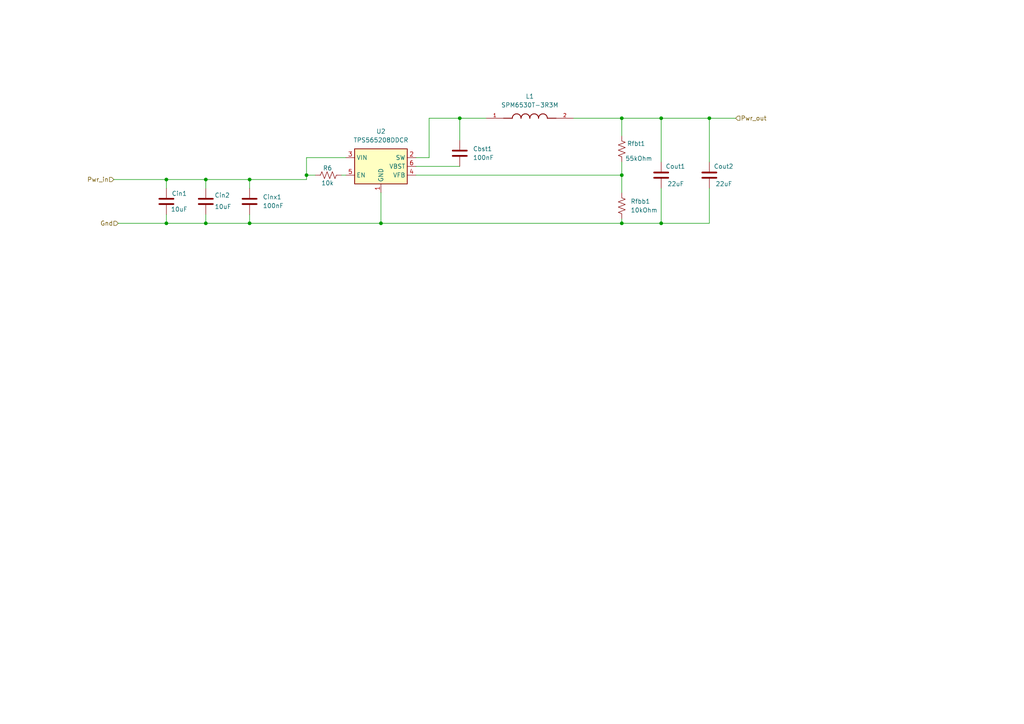
<source format=kicad_sch>
(kicad_sch (version 20231120) (generator "eeschema") (generator_version "8.0")
  (paper "A4")
  (lib_symbols
    (symbol "Device:C" (pin_numbers hide) (pin_names (offset 0.254))
      (property "Reference" "C" (at 0.635 2.54 0))
      (property "Value" "C" (at 0.635 -2.54 0))
      (symbol "C_0_1"
        (polyline (pts (xy -2.032 -0.762) (xy 2.032 -0.762)) (stroke (width 0.508)))
        (polyline (pts (xy -2.032 0.762) (xy 2.032 0.762)) (stroke (width 0.508)))
      )
      (symbol "C_1_1"
        (pin passive line (at 0 3.81 270) (length 2.794) (name "~") (number "1"))
        (pin passive line (at 0 -3.81 90) (length 2.794) (name "~") (number "2"))
      )
    )
    (symbol "Device:R_US" (pin_numbers hide) (pin_names (offset 0))
      (property "Reference" "R" (at 2.54 0 90))
      (property "Value" "R_US" (at -2.54 0 90))
      (symbol "R_US_0_1"
        (polyline (pts (xy 0 -2.286) (xy 0 -2.54)))
        (polyline (pts (xy 0 2.286) (xy 0 2.54)))
        (polyline (pts (xy 0 -0.762) (xy 1.016 -1.143) (xy 0 -1.524) (xy -1.016 -1.905) (xy 0 -2.286)))
        (polyline (pts (xy 0 0.762) (xy 1.016 0.381) (xy 0 0) (xy -1.016 -0.381) (xy 0 -0.762)))
        (polyline (pts (xy 0 2.286) (xy 1.016 1.905) (xy 0 1.524) (xy -1.016 1.143) (xy 0 0.762)))
      )
      (symbol "R_US_1_1"
        (pin passive line (at 0 3.81 270) (length 1.27) (name "~") (number "1"))
        (pin passive line (at 0 -3.81 90) (length 1.27) (name "~") (number "2"))
      )
    )
    (symbol "Regulator_Switching:TPS565208"
      (property "Reference" "U" (at -7.62 6.35 0))
      (property "Value" "TPS565208" (at -2.54 6.35 0))
      (symbol "TPS565208_0_1"
        (rectangle (start -7.62 5.08) (end 7.62 -5.08) (stroke (width 0.254)) (fill (type background)))
      )
      (symbol "TPS565208_1_1"
        (pin power_in line (at 0 -7.62 90) (length 2.54) (name "GND") (number "1"))
        (pin output line (at 10.16 2.54 180) (length 2.54) (name "SW") (number "2"))
        (pin power_in line (at -10.16 2.54 0) (length 2.54) (name "VIN") (number "3"))
        (pin input line (at 10.16 -2.54 180) (length 2.54) (name "VFB") (number "4"))
        (pin input line (at -10.16 -2.54 0) (length 2.54) (name "EN") (number "5"))
        (pin passive line (at 10.16 0 180) (length 2.54) (name "VBST") (number "6"))
      )
    )
    (symbol "SPM6530T-3R3M-HZ:SPM6530T-3R3M-HZ" (pin_names (offset 1.016))
      (property "Reference" "L" (at -10.16 5.08 0))
      (property "Value" "SPM6530T-3R3M-HZ" (at -10.16 -5.08 0))
      (symbol "SPM6530T-3R3M-HZ_0_0"
        (arc (start -2.54 0) (mid -3.81 1.2645) (end -5.08 0) (stroke (width 0.254)))
        (arc (start 0 0) (mid -1.27 1.2645) (end -2.54 0) (stroke (width 0.254)))
        (polyline (pts (xy -5.08 0) (xy -7.62 0)) (stroke (width 0.254)))
        (polyline (pts (xy 5.08 0) (xy 7.62 0)) (stroke (width 0.254)))
        (arc (start 2.54 0) (mid 1.27 1.2645) (end 0 0) (stroke (width 0.254)))
        (arc (start 5.08 0) (mid 3.81 1.2645) (end 2.54 0) (stroke (width 0.254)))
        (pin passive line (at -12.7 0 0) (length 5.08) (name "~") (number "1"))
        (pin passive line (at 12.7 0 180) (length 5.08) (name "~") (number "2"))
      )
    )
  )
  (junction (at 59.69 64.77))
  (junction (at 48.26 52.07))
  (junction (at 110.49 64.77))
  (junction (at 48.26 64.77))
  (junction (at 191.77 34.29))
  (junction (at 205.74 34.29))
  (junction (at 180.34 64.77))
  (junction (at 133.35 34.29))
  (junction (at 180.34 50.8))
  (junction (at 88.9 50.8))
  (junction (at 180.34 34.29))
  (junction (at 72.39 52.07))
  (junction (at 59.69 52.07))
  (junction (at 72.39 64.77))
  (junction (at 191.77 64.77))
  (wire (pts (xy 124.46 34.29) (xy 133.35 34.29)))
  (wire (pts (xy 48.26 52.07) (xy 59.69 52.07)))
  (wire (pts (xy 120.65 48.26) (xy 133.35 48.26)))
  (wire (pts (xy 180.34 46.99) (xy 180.34 50.8)))
  (wire (pts (xy 88.9 50.8) (xy 88.9 45.72)))
  (wire (pts (xy 48.26 62.23) (xy 48.26 64.77)))
  (wire (pts (xy 191.77 54.61) (xy 191.77 64.77)))
  (wire (pts (xy 72.39 64.77) (xy 110.49 64.77)))
  (wire (pts (xy 166.37 34.29) (xy 180.34 34.29)))
  (wire (pts (xy 205.74 34.29) (xy 213.36 34.29)))
  (wire (pts (xy 180.34 34.29) (xy 191.77 34.29)))
  (wire (pts (xy 133.35 34.29) (xy 140.97 34.29)))
  (wire (pts (xy 48.26 52.07) (xy 48.26 54.61)))
  (wire (pts (xy 34.29 64.77) (xy 48.26 64.77)))
  (wire (pts (xy 91.44 50.8) (xy 88.9 50.8)))
  (wire (pts (xy 191.77 34.29) (xy 205.74 34.29)))
  (wire (pts (xy 110.49 55.88) (xy 110.49 64.77)))
  (wire (pts (xy 59.69 62.23) (xy 59.69 64.77)))
  (wire (pts (xy 180.34 63.5) (xy 180.34 64.77)))
  (wire (pts (xy 205.74 34.29) (xy 205.74 46.99)))
  (wire (pts (xy 133.35 34.29) (xy 133.35 40.64)))
  (wire (pts (xy 205.74 64.77) (xy 191.77 64.77)))
  (wire (pts (xy 72.39 52.07) (xy 88.9 52.07)))
  (wire (pts (xy 59.69 52.07) (xy 72.39 52.07)))
  (wire (pts (xy 180.34 34.29) (xy 180.34 39.37)))
  (wire (pts (xy 100.33 50.8) (xy 99.06 50.8)))
  (wire (pts (xy 33.02 52.07) (xy 48.26 52.07)))
  (wire (pts (xy 72.39 62.23) (xy 72.39 64.77)))
  (wire (pts (xy 120.65 45.72) (xy 124.46 45.72)))
  (wire (pts (xy 88.9 45.72) (xy 100.33 45.72)))
  (wire (pts (xy 59.69 64.77) (xy 72.39 64.77)))
  (wire (pts (xy 180.34 64.77) (xy 191.77 64.77)))
  (wire (pts (xy 110.49 64.77) (xy 180.34 64.77)))
  (wire (pts (xy 205.74 54.61) (xy 205.74 64.77)))
  (wire (pts (xy 88.9 52.07) (xy 88.9 50.8)))
  (wire (pts (xy 120.65 50.8) (xy 180.34 50.8)))
  (wire (pts (xy 191.77 34.29) (xy 191.77 46.99)))
  (wire (pts (xy 124.46 45.72) (xy 124.46 34.29)))
  (wire (pts (xy 180.34 50.8) (xy 180.34 55.88)))
  (wire (pts (xy 72.39 52.07) (xy 72.39 54.61)))
  (wire (pts (xy 48.26 64.77) (xy 59.69 64.77)))
  (wire (pts (xy 59.69 52.07) (xy 59.69 54.61)))
  (hierarchical_label "Gnd" (shape input) (at 34.29 64.77 180))
  (hierarchical_label "Pwr_out" (shape input) (at 213.36 34.29 0))
  (hierarchical_label "Pwr_in" (shape input) (at 33.02 52.07 180))
  (symbol (lib_id "Device:R_US") (at 180.34 59.69 0) (unit 1)
    (property "Reference" "Rfbb1" (at 182.88 58.4199 0) (effects (justify left)))
    (property "Value" "10kOhm" (at 182.88 60.9599 0) (effects (justify left)))
    (property "Footprint" "Resistor_SMD:R_0805_2012Metric_Pad1.20x1.40mm_HandSolder" (effects (hide yes)))
    (property "Description" "Resistor, US symbol" (effects (hide yes)))
  )
  (symbol (lib_id "Device:C") (at 191.77 50.8 0) (unit 1)
    (property "Reference" "Cout1" (at 193.04 48.26 0) (effects (justify left)))
    (property "Value" "22uF" (at 193.548 53.34 0) (effects (justify left)))
    (property "Footprint" "Capacitor_SMD:C_0805_2012Metric_Pad1.18x1.45mm_HandSolder" (effects (hide yes)))
    (property "Description" "Unpolarized capacitor" (effects (hide yes)))
  )
  (symbol (lib_id "Device:C") (at 72.39 58.42 0) (unit 1)
    (property "Reference" "Cinx1" (at 76.2 57.1499 0) (effects (justify left)))
    (property "Value" "100nF" (at 76.2 59.6899 0) (effects (justify left)))
    (property "Footprint" "Capacitor_SMD:C_0805_2012Metric_Pad1.18x1.45mm_HandSolder" (effects (hide yes)))
    (property "Description" "Unpolarized capacitor" (effects (hide yes)))
  )
  (symbol (lib_id "Device:C") (at 59.69 58.42 0) (unit 1)
    (property "Reference" "Cin2" (at 62.23 56.642 0) (effects (justify left)))
    (property "Value" "10uF" (at 62.23 59.944 0) (effects (justify left)))
    (property "Footprint" "Capacitor_SMD:C_0805_2012Metric_Pad1.18x1.45mm_HandSolder" (effects (hide yes)))
    (property "Description" "Unpolarized capacitor" (effects (hide yes)))
  )
  (symbol (lib_id "Device:C") (at 205.74 50.8 0) (unit 1)
    (property "Reference" "Cout2" (at 207.01 48.26 0) (effects (justify left)))
    (property "Value" "22uF" (at 207.518 53.34 0) (effects (justify left)))
    (property "Footprint" "Capacitor_SMD:C_0805_2012Metric_Pad1.18x1.45mm_HandSolder" (effects (hide yes)))
    (property "Description" "Unpolarized capacitor" (effects (hide yes)))
  )
  (symbol (lib_id "SPM6530T-3R3M-HZ:SPM6530T-3R3M-HZ") (at 153.67 34.29 0) (unit 1)
    (property "Reference" "L1" (at 153.67 27.94 0))
    (property "Value" "SPM6530T-3R3M" (at 153.67 30.48 0))
    (property "Footprint" "SPM6530T-3R3M-HZ:IND_SPM6530T-3R3M-HZ" (effects (hide yes)))
    (property "MF" "TDK" (effects (hide yes)))
    (property "MAXIMUM_PACKAGE_HEIGHT" "3.0 mm" (effects (hide yes)))
    (property "Package" "NON STANDARD-2 TDK" (effects (hide yes)))
    (property "Price" "None" (effects (hide yes)))
    (property "Check_prices" "https://www.snapeda.com/parts/SPM6530T-3R3M-HZ/TDK/view-part/?ref=eda" (effects (hide yes)))
    (property "STANDARD" "Manufacturer Recommendations" (effects (hide yes)))
    (property "PARTREV" "20210423" (effects (hide yes)))
    (property "SnapEDA_Link" "https://www.snapeda.com/parts/SPM6530T-3R3M-HZ/TDK/view-part/?ref=snap" (effects (hide yes)))
    (property "MP" "SPM6530T-3R3M-HZ" (effects (hide yes)))
    (property "Description_1" "\n                        \n                            Inductor Power Shielded Wirewound 3.3uH 20% 100KHz Metal 6.9A 29.7mOhm DCR Automotive T/R\n                        \n" (effects (hide yes)))
    (property "Availability" "In Stock" (effects (hide yes)))
    (property "MANUFACTURER" "TDK" (effects (hide yes)))
  )
  (symbol (lib_id "Device:C") (at 48.26 58.42 0) (unit 1)
    (property "Reference" "Cin1" (at 49.784 56.134 0) (effects (justify left)))
    (property "Value" "10uF" (at 49.53 60.706 0) (effects (justify left)))
    (property "Footprint" "Capacitor_SMD:C_0805_2012Metric_Pad1.18x1.45mm_HandSolder" (effects (hide yes)))
    (property "Description" "Unpolarized capacitor" (effects (hide yes)))
  )
  (symbol (lib_id "Device:C") (at 133.35 44.45 0) (unit 1)
    (property "Reference" "Cbst1" (at 137.16 43.1799 0) (effects (justify left)))
    (property "Value" "100nF" (at 137.16 45.7199 0) (effects (justify left)))
    (property "Footprint" "Capacitor_SMD:C_0805_2012Metric_Pad1.18x1.45mm_HandSolder" (effects (hide yes)))
    (property "Description" "Unpolarized capacitor" (effects (hide yes)))
  )
  (symbol (lib_id "Regulator_Switching:TPS565208") (at 110.49 48.26 0) (unit 1)
    (property "Reference" "U2" (at 110.49 38.1 0))
    (property "Value" "TPS565208DDCR" (at 110.49 40.64 0))
    (property "Footprint" "Package_TO_SOT_SMD:SOT-23-6" (effects (hide yes)))
    (property "Datasheet" "http://www.ti.com/lit/ds/symlink/tps565208.pdf" (effects (hide yes)))
    (property "Description" "5A Synchronous Step-Down Voltage Regulator, Adjustable Output Voltage, 4.5-17V Input Voltage, SOT-23-6" (effects (hide yes)))
  )
  (symbol (lib_id "Device:R_US") (at 95.25 50.8 270) (unit 1)
    (property "Reference" "R6" (at 94.996 48.768 90))
    (property "Value" "10k" (at 94.996 53.086 90))
    (property "Footprint" "Resistor_SMD:R_0805_2012Metric_Pad1.20x1.40mm_HandSolder" (effects (hide yes)))
    (property "Description" "Resistor, US symbol" (effects (hide yes)))
  )
  (symbol (lib_id "Device:R_US") (at 180.34 43.18 0) (unit 1)
    (property "Reference" "Rfbt1" (at 181.864 41.656 0) (effects (justify left)))
    (property "Value" "55kOhm" (at 181.356 45.974 0) (effects (justify left)))
    (property "Footprint" "Resistor_SMD:R_0805_2012Metric_Pad1.20x1.40mm_HandSolder" (effects (hide yes)))
    (property "Description" "Resistor, US symbol" (effects (hide yes)))
  )
)
</source>
